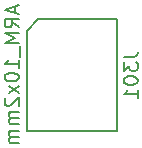
<source format=gbo>
G04 #@! TF.FileFunction,Legend,Bot*
%FSLAX46Y46*%
G04 Gerber Fmt 4.6, Leading zero omitted, Abs format (unit mm)*
G04 Created by KiCad (PCBNEW 4.0.7) date 06/12/18 23:46:00*
%MOMM*%
%LPD*%
G01*
G04 APERTURE LIST*
%ADD10C,0.100000*%
%ADD11C,0.200000*%
%ADD12R,1.000000X3.400000*%
%ADD13C,1.000000*%
%ADD14R,1.924000X1.924000*%
%ADD15C,1.924000*%
%ADD16C,2.900000*%
%ADD17C,3.100000*%
%ADD18C,5.000000*%
%ADD19C,0.254000*%
G04 APERTURE END LIST*
D10*
D11*
X116410000Y-119000000D02*
X117410000Y-118000000D01*
X117410000Y-118000000D02*
X124090000Y-118000000D01*
X124090000Y-118000000D02*
X124090000Y-127500000D01*
X124090000Y-127500000D02*
X116410000Y-127500000D01*
X116410000Y-127500000D02*
X116410000Y-119000000D01*
X124632857Y-121207143D02*
X125490000Y-121207143D01*
X125661429Y-121150001D01*
X125775714Y-121035715D01*
X125832857Y-120864286D01*
X125832857Y-120750001D01*
X124632857Y-121664287D02*
X124632857Y-122407144D01*
X125090000Y-122007144D01*
X125090000Y-122178572D01*
X125147143Y-122292858D01*
X125204286Y-122350001D01*
X125318571Y-122407144D01*
X125604286Y-122407144D01*
X125718571Y-122350001D01*
X125775714Y-122292858D01*
X125832857Y-122178572D01*
X125832857Y-121835715D01*
X125775714Y-121721429D01*
X125718571Y-121664287D01*
X124632857Y-123150001D02*
X124632857Y-123264286D01*
X124690000Y-123378572D01*
X124747143Y-123435715D01*
X124861429Y-123492858D01*
X125090000Y-123550001D01*
X125375714Y-123550001D01*
X125604286Y-123492858D01*
X125718571Y-123435715D01*
X125775714Y-123378572D01*
X125832857Y-123264286D01*
X125832857Y-123150001D01*
X125775714Y-123035715D01*
X125718571Y-122978572D01*
X125604286Y-122921429D01*
X125375714Y-122864286D01*
X125090000Y-122864286D01*
X124861429Y-122921429D01*
X124747143Y-122978572D01*
X124690000Y-123035715D01*
X124632857Y-123150001D01*
X125832857Y-124692858D02*
X125832857Y-124007143D01*
X125832857Y-124350001D02*
X124632857Y-124350001D01*
X124804286Y-124235715D01*
X124918571Y-124121429D01*
X124975714Y-124007143D01*
X115410000Y-116921428D02*
X115410000Y-117492857D01*
X115752857Y-116807143D02*
X114552857Y-117207143D01*
X115752857Y-117607143D01*
X115752857Y-118692857D02*
X115181429Y-118292857D01*
X115752857Y-118007142D02*
X114552857Y-118007142D01*
X114552857Y-118464285D01*
X114610000Y-118578571D01*
X114667143Y-118635714D01*
X114781429Y-118692857D01*
X114952857Y-118692857D01*
X115067143Y-118635714D01*
X115124286Y-118578571D01*
X115181429Y-118464285D01*
X115181429Y-118007142D01*
X115752857Y-119207142D02*
X114552857Y-119207142D01*
X115410000Y-119607142D01*
X114552857Y-120007142D01*
X115752857Y-120007142D01*
X115867143Y-120292857D02*
X115867143Y-121207143D01*
X115752857Y-122121429D02*
X115752857Y-121435714D01*
X115752857Y-121778572D02*
X114552857Y-121778572D01*
X114724286Y-121664286D01*
X114838571Y-121550000D01*
X114895714Y-121435714D01*
X114552857Y-122864286D02*
X114552857Y-122978571D01*
X114610000Y-123092857D01*
X114667143Y-123150000D01*
X114781429Y-123207143D01*
X115010000Y-123264286D01*
X115295714Y-123264286D01*
X115524286Y-123207143D01*
X115638571Y-123150000D01*
X115695714Y-123092857D01*
X115752857Y-122978571D01*
X115752857Y-122864286D01*
X115695714Y-122750000D01*
X115638571Y-122692857D01*
X115524286Y-122635714D01*
X115295714Y-122578571D01*
X115010000Y-122578571D01*
X114781429Y-122635714D01*
X114667143Y-122692857D01*
X114610000Y-122750000D01*
X114552857Y-122864286D01*
X115752857Y-123664286D02*
X114952857Y-124292857D01*
X114952857Y-123664286D02*
X115752857Y-124292857D01*
X114667143Y-124692857D02*
X114610000Y-124750000D01*
X114552857Y-124864286D01*
X114552857Y-125150000D01*
X114610000Y-125264286D01*
X114667143Y-125321429D01*
X114781429Y-125378572D01*
X114895714Y-125378572D01*
X115067143Y-125321429D01*
X115752857Y-124635715D01*
X115752857Y-125378572D01*
X115752857Y-125892857D02*
X114952857Y-125892857D01*
X115067143Y-125892857D02*
X115010000Y-125950000D01*
X114952857Y-126064286D01*
X114952857Y-126235714D01*
X115010000Y-126350000D01*
X115124286Y-126407143D01*
X115752857Y-126407143D01*
X115124286Y-126407143D02*
X115010000Y-126464286D01*
X114952857Y-126578572D01*
X114952857Y-126750000D01*
X115010000Y-126864286D01*
X115124286Y-126921429D01*
X115752857Y-126921429D01*
X115752857Y-127492857D02*
X114952857Y-127492857D01*
X115067143Y-127492857D02*
X115010000Y-127550000D01*
X114952857Y-127664286D01*
X114952857Y-127835714D01*
X115010000Y-127950000D01*
X115124286Y-128007143D01*
X115752857Y-128007143D01*
X115124286Y-128007143D02*
X115010000Y-128064286D01*
X114952857Y-128178572D01*
X114952857Y-128350000D01*
X115010000Y-128464286D01*
X115124286Y-128521429D01*
X115752857Y-128521429D01*
%LPC*%
D12*
X117710000Y-120500000D03*
X118980000Y-120500000D03*
X120250000Y-120500000D03*
X121520000Y-120500000D03*
X122790000Y-120500000D03*
X117710000Y-125000000D03*
X118980000Y-125000000D03*
X120250000Y-125000000D03*
X121520000Y-125000000D03*
X122790000Y-125000000D03*
D13*
X126951185Y-128548815D03*
X128451185Y-128548815D03*
X129951185Y-128548815D03*
X126951185Y-127048815D03*
X128451185Y-127048815D03*
X129951185Y-127048815D03*
X126951185Y-125548815D03*
X128451185Y-125548815D03*
X129951185Y-125548815D03*
D14*
X116500000Y-102420000D03*
D15*
X119040000Y-102420000D03*
X116500000Y-104960000D03*
X119040000Y-104960000D03*
X116500000Y-107500000D03*
X119040000Y-107500000D03*
X116500000Y-110040000D03*
X119040000Y-110040000D03*
X116500000Y-112580000D03*
X119040000Y-112580000D03*
X116500000Y-115120000D03*
X119040000Y-115120000D03*
D16*
X130700000Y-82500000D03*
D17*
X133240000Y-85040000D03*
X133240000Y-79960000D03*
X128160000Y-79960000D03*
X128160000Y-85040000D03*
D13*
X144000000Y-134000000D03*
X144000000Y-133000000D03*
X144000000Y-132000000D03*
X143000000Y-134000000D03*
X143000000Y-133000000D03*
X143000000Y-132000000D03*
X142000000Y-134000000D03*
X142000000Y-133000000D03*
X142000000Y-132000000D03*
D16*
X154960000Y-121540000D03*
D17*
X152420000Y-119000000D03*
X152420000Y-124080000D03*
X157500000Y-124080000D03*
X157500000Y-119000000D03*
D18*
X160000000Y-145000000D03*
X175500000Y-82000000D03*
X119000000Y-88500000D03*
D19*
G36*
X189873000Y-144873000D02*
X165127000Y-144873000D01*
X165127000Y-140000000D01*
X165116994Y-139950590D01*
X165088553Y-139908965D01*
X165046159Y-139881685D01*
X165000000Y-139873000D01*
X160127000Y-139873000D01*
X160127000Y-115127000D01*
X189873000Y-115127000D01*
X189873000Y-144873000D01*
X189873000Y-144873000D01*
G37*
X189873000Y-144873000D02*
X165127000Y-144873000D01*
X165127000Y-140000000D01*
X165116994Y-139950590D01*
X165088553Y-139908965D01*
X165046159Y-139881685D01*
X165000000Y-139873000D01*
X160127000Y-139873000D01*
X160127000Y-115127000D01*
X189873000Y-115127000D01*
X189873000Y-144873000D01*
G36*
X189873000Y-114873000D02*
X165127000Y-114873000D01*
X165127000Y-85127000D01*
X189873000Y-85127000D01*
X189873000Y-114873000D01*
X189873000Y-114873000D01*
G37*
X189873000Y-114873000D02*
X165127000Y-114873000D01*
X165127000Y-85127000D01*
X189873000Y-85127000D01*
X189873000Y-114873000D01*
G36*
X169873000Y-84873000D02*
X140127000Y-84873000D01*
X140127000Y-65127000D01*
X169873000Y-65127000D01*
X169873000Y-84873000D01*
X169873000Y-84873000D01*
G37*
X169873000Y-84873000D02*
X140127000Y-84873000D01*
X140127000Y-65127000D01*
X169873000Y-65127000D01*
X169873000Y-84873000D01*
M02*

</source>
